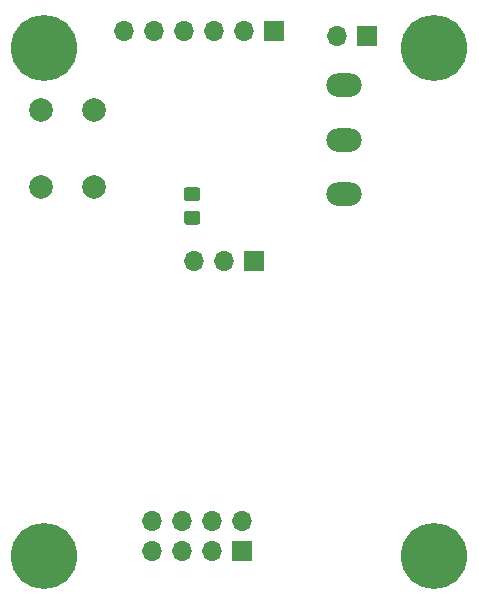
<source format=gbr>
G04 #@! TF.GenerationSoftware,KiCad,Pcbnew,5.1.9-73d0e3b20d~88~ubuntu18.04.1*
G04 #@! TF.CreationDate,2021-01-31T19:14:37+01:00*
G04 #@! TF.ProjectId,stm32_master_bt_bat,73746d33-325f-46d6-9173-7465725f6274,rev?*
G04 #@! TF.SameCoordinates,Original*
G04 #@! TF.FileFunction,Soldermask,Bot*
G04 #@! TF.FilePolarity,Negative*
%FSLAX46Y46*%
G04 Gerber Fmt 4.6, Leading zero omitted, Abs format (unit mm)*
G04 Created by KiCad (PCBNEW 5.1.9-73d0e3b20d~88~ubuntu18.04.1) date 2021-01-31 19:14:37*
%MOMM*%
%LPD*%
G01*
G04 APERTURE LIST*
%ADD10R,1.700000X1.700000*%
%ADD11O,1.700000X1.700000*%
%ADD12C,5.600000*%
%ADD13C,2.000000*%
%ADD14O,3.000000X2.000000*%
G04 APERTURE END LIST*
D10*
X125700000Y-217100000D03*
D11*
X123160000Y-217100000D03*
X120620000Y-217100000D03*
D12*
X108000000Y-199000000D03*
D10*
X124700000Y-241600000D03*
D11*
X124700000Y-239060000D03*
X122160000Y-241600000D03*
X122160000Y-239060000D03*
X119620000Y-241600000D03*
X119620000Y-239060000D03*
X117080000Y-241600000D03*
X117080000Y-239060000D03*
D10*
X135300000Y-198000000D03*
D11*
X132760000Y-198000000D03*
G36*
G01*
X120049999Y-212800000D02*
X120950001Y-212800000D01*
G75*
G02*
X121200000Y-213049999I0J-249999D01*
G01*
X121200000Y-213750001D01*
G75*
G02*
X120950001Y-214000000I-249999J0D01*
G01*
X120049999Y-214000000D01*
G75*
G02*
X119800000Y-213750001I0J249999D01*
G01*
X119800000Y-213049999D01*
G75*
G02*
X120049999Y-212800000I249999J0D01*
G01*
G37*
G36*
G01*
X120049999Y-210800000D02*
X120950001Y-210800000D01*
G75*
G02*
X121200000Y-211049999I0J-249999D01*
G01*
X121200000Y-211750001D01*
G75*
G02*
X120950001Y-212000000I-249999J0D01*
G01*
X120049999Y-212000000D01*
G75*
G02*
X119800000Y-211750001I0J249999D01*
G01*
X119800000Y-211049999D01*
G75*
G02*
X120049999Y-210800000I249999J0D01*
G01*
G37*
D13*
X112200000Y-210800000D03*
X107700000Y-210800000D03*
X112200000Y-204300000D03*
X107700000Y-204300000D03*
D12*
X108000000Y-242000000D03*
X141000000Y-199000000D03*
X141000000Y-242000000D03*
D14*
X133400000Y-202200000D03*
X133400000Y-206800000D03*
X133400000Y-211400000D03*
D10*
X127400000Y-197600000D03*
D11*
X124860000Y-197600000D03*
X122320000Y-197600000D03*
X119780000Y-197600000D03*
X117240000Y-197600000D03*
X114700000Y-197600000D03*
M02*

</source>
